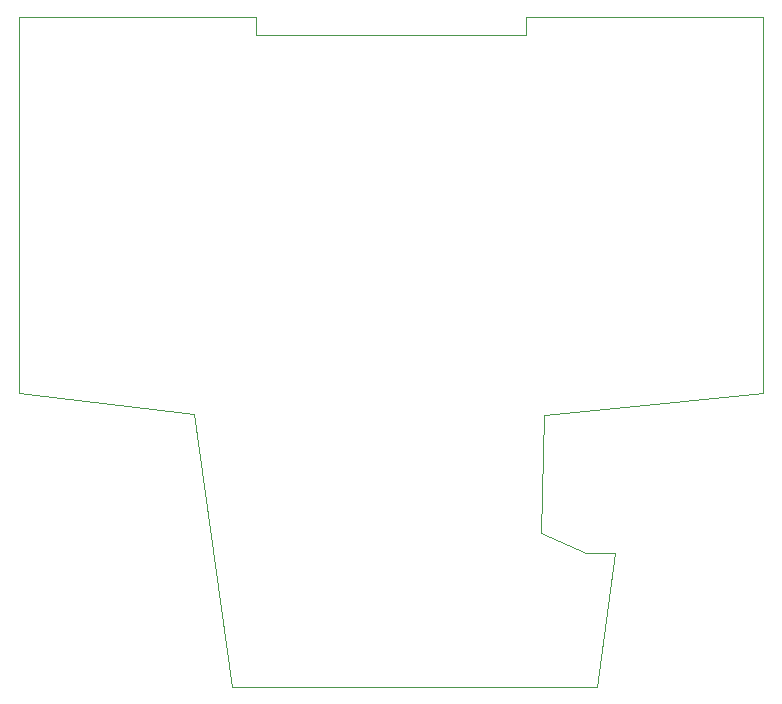
<source format=gbr>
%TF.GenerationSoftware,KiCad,Pcbnew,9.0.6*%
%TF.CreationDate,2025-12-03T15:23:28+01:00*%
%TF.ProjectId,Spinmodule,5370696e-6d6f-4647-956c-652e6b696361,rev?*%
%TF.SameCoordinates,Original*%
%TF.FileFunction,Profile,NP*%
%FSLAX46Y46*%
G04 Gerber Fmt 4.6, Leading zero omitted, Abs format (unit mm)*
G04 Created by KiCad (PCBNEW 9.0.6) date 2025-12-03 15:23:28*
%MOMM*%
%LPD*%
G01*
G04 APERTURE LIST*
%TA.AperFunction,Profile*%
%ADD10C,0.050000*%
%TD*%
G04 APERTURE END LIST*
D10*
X166726340Y-133089370D02*
X135892180Y-133089370D01*
X180809250Y-108189370D02*
X166574530Y-109645020D01*
X132648780Y-110011430D02*
X117809260Y-108189370D01*
X162029220Y-120089100D02*
X165818950Y-121710340D01*
X137909260Y-77903600D02*
X154992950Y-77903600D01*
X117809260Y-76389370D02*
X137909260Y-76389370D01*
X117809260Y-77889370D02*
X117809260Y-76389370D01*
X165818950Y-121710340D02*
X168318430Y-121761000D01*
X117809260Y-108189370D02*
X117809260Y-77889370D01*
X166574530Y-109645020D02*
X162231930Y-110089100D01*
X160709250Y-77903600D02*
X160709250Y-76389370D01*
X135892180Y-133089370D02*
X132648780Y-110011430D01*
X180809250Y-77889370D02*
X180809250Y-108189370D01*
X162231930Y-110089100D02*
X162029220Y-120089100D01*
X154992950Y-77903600D02*
X160709250Y-77903600D01*
X168318430Y-121761000D02*
X166726340Y-133089370D01*
X137909260Y-76389370D02*
X137909260Y-77903600D01*
X180809250Y-76389370D02*
X180809250Y-77889370D01*
X160709250Y-76389370D02*
X180809250Y-76389370D01*
M02*

</source>
